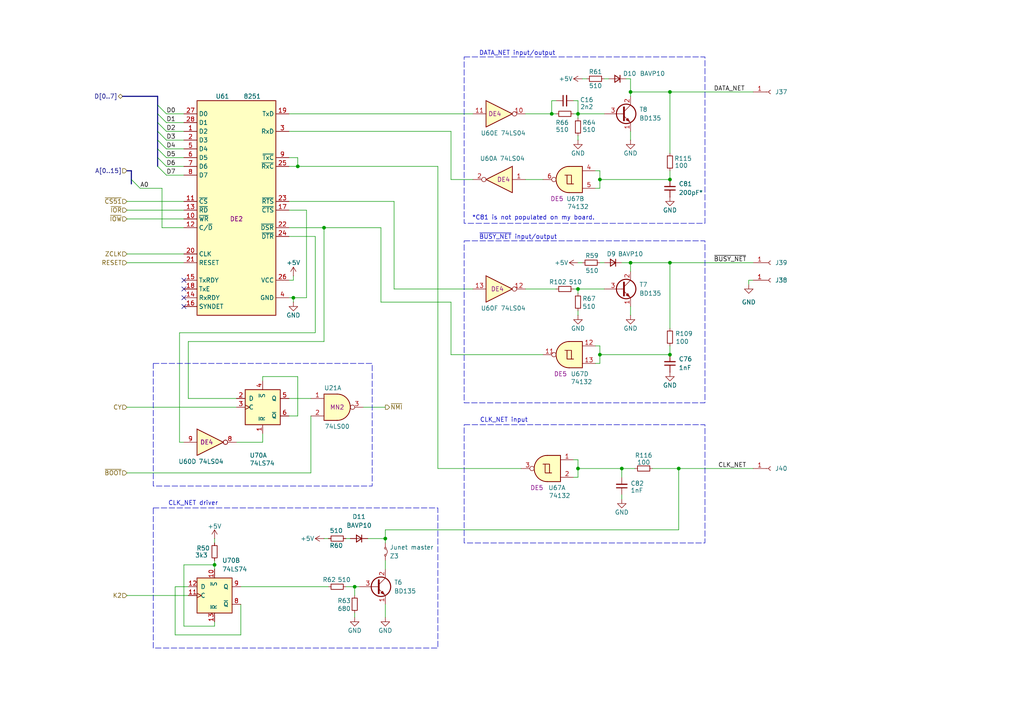
<source format=kicad_sch>
(kicad_sch (version 20231120) (generator "eeschema") (generator_version "8.0")
  (paper "A4")
  (title_block (title "Elwro 800 Junior Rev C - Junet") (company "Przemysław Węgrzyn <pwegrzyn@codepainters.com>"))
  (lib_symbols
    (symbol "74xx:74LS00" (pin_names (offset 1.016))
      (property "Reference" "U" (at 0 1.27 0))
      (property "Value" "74LS00" (at 0 -1.27 0))
      (symbol "74LS00_1_1"
        (arc (start 0 -3.81) (mid 3.7934 0) (end 0 3.81) (stroke (width 0.254)) (fill (type background)))
        (polyline (pts (xy 0 3.81) (xy -3.81 3.81) (xy -3.81 -3.81) (xy 0 -3.81)) (stroke (width 0.254)) (fill (type background)))
        (pin input line (at -7.62 2.54 0) (length 3.81) (name "~") (number "1"))
        (pin input line (at -7.62 -2.54 0) (length 3.81) (name "~") (number "2"))
        (pin output inverted (at 7.62 0 180) (length 3.81) (name "~") (number "3"))
      )
      (symbol "74LS00_1_2"
        (arc (start -3.81 -3.81) (mid -2.589 0) (end -3.81 3.81) (stroke (width 0.254)))
        (arc (start -0.6096 -3.81) (mid 2.1842 -2.5851) (end 3.81 0) (stroke (width 0.254)) (fill (type background)))
        (polyline (pts (xy -3.81 -3.81) (xy -0.635 -3.81)) (stroke (width 0.254)) (fill (type background)))
        (polyline (pts (xy -3.81 3.81) (xy -0.635 3.81)) (stroke (width 0.254)) (fill (type background)))
        (polyline (pts (xy -0.635 3.81) (xy -3.81 3.81) (xy -3.81 3.81) (xy -3.556 3.4036) (xy -3.0226 2.2606) (xy -2.6924 1.0414) (xy -2.6162 -0.254) (xy -2.7686 -1.4986) (xy -3.175 -2.7178) (xy -3.81 -3.81) (xy -3.81 -3.81) (xy -0.635 -3.81)) (stroke (width -25.4)) (fill (type background)))
        (arc (start 3.81 0) (mid 2.1915 2.5936) (end -0.6096 3.81) (stroke (width 0.254)) (fill (type background)))
        (pin input inverted (at -7.62 2.54 0) (length 4.318) (name "~") (number "1"))
        (pin input inverted (at -7.62 -2.54 0) (length 4.318) (name "~") (number "2"))
        (pin output line (at 7.62 0 180) (length 3.81) (name "~") (number "3"))
      )
      (symbol "74LS00_2_1"
        (arc (start 0 -3.81) (mid 3.7934 0) (end 0 3.81) (stroke (width 0.254)) (fill (type background)))
        (polyline (pts (xy 0 3.81) (xy -3.81 3.81) (xy -3.81 -3.81) (xy 0 -3.81)) (stroke (width 0.254)) (fill (type background)))
        (pin input line (at -7.62 2.54 0) (length 3.81) (name "~") (number "4"))
        (pin input line (at -7.62 -2.54 0) (length 3.81) (name "~") (number "5"))
        (pin output inverted (at 7.62 0 180) (length 3.81) (name "~") (number "6"))
      )
      (symbol "74LS00_2_2"
        (arc (start -3.81 -3.81) (mid -2.589 0) (end -3.81 3.81) (stroke (width 0.254)))
        (arc (start -0.6096 -3.81) (mid 2.1842 -2.5851) (end 3.81 0) (stroke (width 0.254)) (fill (type background)))
        (polyline (pts (xy -3.81 -3.81) (xy -0.635 -3.81)) (stroke (width 0.254)) (fill (type background)))
        (polyline (pts (xy -3.81 3.81) (xy -0.635 3.81)) (stroke (width 0.254)) (fill (type background)))
        (polyline (pts (xy -0.635 3.81) (xy -3.81 3.81) (xy -3.81 3.81) (xy -3.556 3.4036) (xy -3.0226 2.2606) (xy -2.6924 1.0414) (xy -2.6162 -0.254) (xy -2.7686 -1.4986) (xy -3.175 -2.7178) (xy -3.81 -3.81) (xy -3.81 -3.81) (xy -0.635 -3.81)) (stroke (width -25.4)) (fill (type background)))
        (arc (start 3.81 0) (mid 2.1915 2.5936) (end -0.6096 3.81) (stroke (width 0.254)) (fill (type background)))
        (pin input inverted (at -7.62 2.54 0) (length 4.318) (name "~") (number "4"))
        (pin input inverted (at -7.62 -2.54 0) (length 4.318) (name "~") (number "5"))
        (pin output line (at 7.62 0 180) (length 3.81) (name "~") (number "6"))
      )
      (symbol "74LS00_3_1"
        (arc (start 0 -3.81) (mid 3.7934 0) (end 0 3.81) (stroke (width 0.254)) (fill (type background)))
        (polyline (pts (xy 0 3.81) (xy -3.81 3.81) (xy -3.81 -3.81) (xy 0 -3.81)) (stroke (width 0.254)) (fill (type background)))
        (pin input line (at -7.62 -2.54 0) (length 3.81) (name "~") (number "10"))
        (pin output inverted (at 7.62 0 180) (length 3.81) (name "~") (number "8"))
        (pin input line (at -7.62 2.54 0) (length 3.81) (name "~") (number "9"))
      )
      (symbol "74LS00_3_2"
        (arc (start -3.81 -3.81) (mid -2.589 0) (end -3.81 3.81) (stroke (width 0.254)))
        (arc (start -0.6096 -3.81) (mid 2.1842 -2.5851) (end 3.81 0) (stroke (width 0.254)) (fill (type background)))
        (polyline (pts (xy -3.81 -3.81) (xy -0.635 -3.81)) (stroke (width 0.254)) (fill (type background)))
        (polyline (pts (xy -3.81 3.81) (xy -0.635 3.81)) (stroke (width 0.254)) (fill (type background)))
        (polyline (pts (xy -0.635 3.81) (xy -3.81 3.81) (xy -3.81 3.81) (xy -3.556 3.4036) (xy -3.0226 2.2606) (xy -2.6924 1.0414) (xy -2.6162 -0.254) (xy -2.7686 -1.4986) (xy -3.175 -2.7178) (xy -3.81 -3.81) (xy -3.81 -3.81) (xy -0.635 -3.81)) (stroke (width -25.4)) (fill (type background)))
        (arc (start 3.81 0) (mid 2.1915 2.5936) (end -0.6096 3.81) (stroke (width 0.254)) (fill (type background)))
        (pin input inverted (at -7.62 -2.54 0) (length 4.318) (name "~") (number "10"))
        (pin output line (at 7.62 0 180) (length 3.81) (name "~") (number "8"))
        (pin input inverted (at -7.62 2.54 0) (length 4.318) (name "~") (number "9"))
      )
      (symbol "74LS00_4_1"
        (arc (start 0 -3.81) (mid 3.7934 0) (end 0 3.81) (stroke (width 0.254)) (fill (type background)))
        (polyline (pts (xy 0 3.81) (xy -3.81 3.81) (xy -3.81 -3.81) (xy 0 -3.81)) (stroke (width 0.254)) (fill (type background)))
        (pin output inverted (at 7.62 0 180) (length 3.81) (name "~") (number "11"))
        (pin input line (at -7.62 2.54 0) (length 3.81) (name "~") (number "12"))
        (pin input line (at -7.62 -2.54 0) (length 3.81) (name "~") (number "13"))
      )
      (symbol "74LS00_4_2"
        (arc (start -3.81 -3.81) (mid -2.589 0) (end -3.81 3.81) (stroke (width 0.254)))
        (arc (start -0.6096 -3.81) (mid 2.1842 -2.5851) (end 3.81 0) (stroke (width 0.254)) (fill (type background)))
        (polyline (pts (xy -3.81 -3.81) (xy -0.635 -3.81)) (stroke (width 0.254)) (fill (type background)))
        (polyline (pts (xy -3.81 3.81) (xy -0.635 3.81)) (stroke (width 0.254)) (fill (type background)))
        (polyline (pts (xy -0.635 3.81) (xy -3.81 3.81) (xy -3.81 3.81) (xy -3.556 3.4036) (xy -3.0226 2.2606) (xy -2.6924 1.0414) (xy -2.6162 -0.254) (xy -2.7686 -1.4986) (xy -3.175 -2.7178) (xy -3.81 -3.81) (xy -3.81 -3.81) (xy -0.635 -3.81)) (stroke (width -25.4)) (fill (type background)))
        (arc (start 3.81 0) (mid 2.1915 2.5936) (end -0.6096 3.81) (stroke (width 0.254)) (fill (type background)))
        (pin output line (at 7.62 0 180) (length 3.81) (name "~") (number "11"))
        (pin input inverted (at -7.62 2.54 0) (length 4.318) (name "~") (number "12"))
        (pin input inverted (at -7.62 -2.54 0) (length 4.318) (name "~") (number "13"))
      )
      (symbol "74LS00_5_0"
        (pin power_in line (at 0 12.7 270) (length 5.08) (name "VCC") (number "14"))
        (pin power_in line (at 0 -12.7 90) (length 5.08) (name "GND") (number "7"))
      )
      (symbol "74LS00_5_1"
        (rectangle (start -5.08 7.62) (end 5.08 -7.62) (stroke (width 0.254)) (fill (type background)))
      )
    )
    (symbol "74xx:74LS04"
      (property "Reference" "U" (at 0 1.27 0))
      (property "Value" "74LS04" (at 0 -1.27 0))
      (symbol "74LS04_1_0"
        (polyline (pts (xy -3.81 3.81) (xy -3.81 -3.81) (xy 3.81 0) (xy -3.81 3.81)) (stroke (width 0.254)) (fill (type background)))
        (pin input line (at -7.62 0 0) (length 3.81) (name "~") (number "1"))
        (pin output inverted (at 7.62 0 180) (length 3.81) (name "~") (number "2"))
      )
      (symbol "74LS04_2_0"
        (polyline (pts (xy -3.81 3.81) (xy -3.81 -3.81) (xy 3.81 0) (xy -3.81 3.81)) (stroke (width 0.254)) (fill (type background)))
        (pin input line (at -7.62 0 0) (length 3.81) (name "~") (number "3"))
        (pin output inverted (at 7.62 0 180) (length 3.81) (name "~") (number "4"))
      )
      (symbol "74LS04_3_0"
        (polyline (pts (xy -3.81 3.81) (xy -3.81 -3.81) (xy 3.81 0) (xy -3.81 3.81)) (stroke (width 0.254)) (fill (type background)))
        (pin input line (at -7.62 0 0) (length 3.81) (name "~") (number "5"))
        (pin output inverted (at 7.62 0 180) (length 3.81) (name "~") (number "6"))
      )
      (symbol "74LS04_4_0"
        (polyline (pts (xy -3.81 3.81) (xy -3.81 -3.81) (xy 3.81 0) (xy -3.81 3.81)) (stroke (width 0.254)) (fill (type background)))
        (pin output inverted (at 7.62 0 180) (length 3.81) (name "~") (number "8"))
        (pin input line (at -7.62 0 0) (length 3.81) (name "~") (number "9"))
      )
      (symbol "74LS04_5_0"
        (polyline (pts (xy -3.81 3.81) (xy -3.81 -3.81) (xy 3.81 0) (xy -3.81 3.81)) (stroke (width 0.254)) (fill (type background)))
        (pin output inverted (at 7.62 0 180) (length 3.81) (name "~") (number "10"))
        (pin input line (at -7.62 0 0) (length 3.81) (name "~") (number "11"))
      )
      (symbol "74LS04_6_0"
        (polyline (pts (xy -3.81 3.81) (xy -3.81 -3.81) (xy 3.81 0) (xy -3.81 3.81)) (stroke (width 0.254)) (fill (type background)))
        (pin output inverted (at 7.62 0 180) (length 3.81) (name "~") (number "12"))
        (pin input line (at -7.62 0 0) (length 3.81) (name "~") (number "13"))
      )
      (symbol "74LS04_7_0"
        (pin power_in line (at 0 12.7 270) (length 5.08) (name "VCC") (number "14"))
        (pin power_in line (at 0 -12.7 90) (length 5.08) (name "GND") (number "7"))
      )
      (symbol "74LS04_7_1"
        (rectangle (start -5.08 7.62) (end 5.08 -7.62) (stroke (width 0.254)) (fill (type background)))
      )
    )
    (symbol "74xx:74LS132" (pin_names (offset 1.016))
      (property "Reference" "U" (at 0 1.27 0))
      (property "Value" "74LS132" (at 0 -1.27 0))
      (symbol "74LS132_1_0"
        (polyline (pts (xy -0.635 -1.27) (xy -0.635 1.27) (xy 0.635 1.27)))
        (polyline (pts (xy -0.635 -1.27) (xy -0.635 1.27) (xy 0.635 1.27)))
        (polyline (pts (xy -1.27 -1.27) (xy 0.635 -1.27) (xy 0.635 1.27) (xy 1.27 1.27)))
        (polyline (pts (xy -1.27 -1.27) (xy 0.635 -1.27) (xy 0.635 1.27) (xy 1.27 1.27)))
      )
      (symbol "74LS132_1_1"
        (arc (start 0 -3.81) (mid 3.7934 0) (end 0 3.81) (stroke (width 0.254)) (fill (type background)))
        (polyline (pts (xy 0 3.81) (xy -3.81 3.81) (xy -3.81 -3.81) (xy 0 -3.81)) (stroke (width 0.254)) (fill (type background)))
        (pin input line (at -7.62 2.54 0) (length 3.81) (name "~") (number "1"))
        (pin input line (at -7.62 -2.54 0) (length 3.81) (name "~") (number "2"))
        (pin output inverted (at 7.62 0 180) (length 3.81) (name "~") (number "3"))
      )
      (symbol "74LS132_1_2"
        (arc (start -3.81 -3.81) (mid -2.589 0) (end -3.81 3.81) (stroke (width 0.254)))
        (arc (start -0.6096 -3.81) (mid 2.1842 -2.5851) (end 3.81 0) (stroke (width 0.254)) (fill (type background)))
        (polyline (pts (xy -3.81 -3.81) (xy -0.635 -3.81)) (stroke (width 0.254)) (fill (type background)))
        (polyline (pts (xy -3.81 3.81) (xy -0.635 3.81)) (stroke (width 0.254)) (fill (type background)))
        (polyline (pts (xy -0.635 3.81) (xy -3.81 3.81) (xy -3.81 3.81) (xy -3.556 3.4036) (xy -3.0226 2.2606) (xy -2.6924 1.0414) (xy -2.6162 -0.254) (xy -2.7686 -1.4986) (xy -3.175 -2.7178) (xy -3.81 -3.81) (xy -3.81 -3.81) (xy -0.635 -3.81)) (stroke (width -25.4)) (fill (type background)))
        (arc (start 3.81 0) (mid 2.1915 2.5936) (end -0.6096 3.81) (stroke (width 0.254)) (fill (type background)))
        (pin input inverted (at -7.62 2.54 0) (length 4.318) (name "~") (number "1"))
        (pin input inverted (at -7.62 -2.54 0) (length 4.318) (name "~") (number "2"))
        (pin output line (at 7.62 0 180) (length 3.81) (name "~") (number "3"))
      )
      (symbol "74LS132_2_0"
        (polyline (pts (xy -0.635 -1.27) (xy -0.635 1.27) (xy 0.635 1.27)))
        (polyline (pts (xy -0.635 -1.27) (xy -0.635 1.27) (xy 0.635 1.27)))
        (polyline (pts (xy -1.27 -1.27) (xy 0.635 -1.27) (xy 0.635 1.27) (xy 1.27 1.27)))
        (polyline (pts (xy -1.27 -1.27) (xy 0.635 -1.27) (xy 0.635 1.27) (xy 1.27 1.27)))
      )
      (symbol "74LS132_2_1"
        (arc (start 0 -3.81) (mid 3.7934 0) (end 0 3.81) (stroke (width 0.254)) (fill (type background)))
        (polyline (pts (xy 0 3.81) (xy -3.81 3.81) (xy -3.81 -3.81) (xy 0 -3.81)) (stroke (width 0.254)) (fill (type background)))
        (pin input line (at -7.62 2.54 0) (length 3.81) (name "~") (number "4"))
        (pin input line (at -7.62 -2.54 0) (length 3.81) (name "~") (number "5"))
        (pin output inverted (at 7.62 0 180) (length 3.81) (name "~") (number "6"))
      )
      (symbol "74LS132_2_2"
        (arc (start -3.81 -3.81) (mid -2.589 0) (end -3.81 3.81) (stroke (width 0.254)))
        (arc (start -0.6096 -3.81) (mid 2.1842 -2.5851) (end 3.81 0) (stroke (width 0.254)) (fill (type background)))
        (polyline (pts (xy -3.81 -3.81) (xy -0.635 -3.81)) (stroke (width 0.254)) (fill (type background)))
        (polyline (pts (xy -3.81 3.81) (xy -0.635 3.81)) (stroke (width 0.254)) (fill (type background)))
        (polyline (pts (xy -0.635 3.81) (xy -3.81 3.81) (xy -3.81 3.81) (xy -3.556 3.4036) (xy -3.0226 2.2606) (xy -2.6924 1.0414) (xy -2.6162 -0.254) (xy -2.7686 -1.4986) (xy -3.175 -2.7178) (xy -3.81 -3.81) (xy -3.81 -3.81) (xy -0.635 -3.81)) (stroke (width -25.4)) (fill (type background)))
        (arc (start 3.81 0) (mid 2.1915 2.5936) (end -0.6096 3.81) (stroke (width 0.254)) (fill (type background)))
        (pin input inverted (at -7.62 2.54 0) (length 4.318) (name "~") (number "4"))
        (pin input inverted (at -7.62 -2.54 0) (length 4.318) (name "~") (number "5"))
        (pin output line (at 7.62 0 180) (length 3.81) (name "~") (number "6"))
      )
      (symbol "74LS132_3_0"
        (polyline (pts (xy -0.635 -1.27) (xy -0.635 1.27) (xy 0.635 1.27)))
        (polyline (pts (xy -0.635 -1.27) (xy -0.635 1.27) (xy 0.635 1.27)))
        (polyline (pts (xy -1.27 -1.27) (xy 0.635 -1.27) (xy 0.635 1.27) (xy 1.27 1.27)))
        (polyline (pts (xy -1.27 -1.27) (xy 0.635 -1.27) (xy 0.635 1.27) (xy 1.27 1.27)))
      )
      (symbol "74LS132_3_1"
        (arc (start 0 -3.81) (mid 3.7934 0) (end 0 3.81) (stroke (width 0.254)) (fill (type background)))
        (polyline (pts (xy 0 3.81) (xy -3.81 3.81) (xy -3.81 -3.81) (xy 0 -3.81)) (stroke (width 0.254)) (fill (type background)))
        (pin input line (at -7.62 -2.54 0) (length 3.81) (name "~") (number "10"))
        (pin output inverted (at 7.62 0 180) (length 3.81) (name "~") (number "8"))
        (pin input line (at -7.62 2.54 0) (length 3.81) (name "~") (number "9"))
      )
      (symbol "74LS132_3_2"
        (arc (start -3.81 -3.81) (mid -2.589 0) (end -3.81 3.81) (stroke (width 0.254)))
        (arc (start -0.6096 -3.81) (mid 2.1842 -2.5851) (end 3.81 0) (stroke (width 0.254)) (fill (type background)))
        (polyline (pts (xy -3.81 -3.81) (xy -0.635 -3.81)) (stroke (width 0.254)) (fill (type background)))
        (polyline (pts (xy -3.81 3.81) (xy -0.635 3.81)) (stroke (width 0.254)) (fill (type background)))
        (polyline (pts (xy -0.635 3.81) (xy -3.81 3.81) (xy -3.81 3.81) (xy -3.556 3.4036) (xy -3.0226 2.2606) (xy -2.6924 1.0414) (xy -2.6162 -0.254) (xy -2.7686 -1.4986) (xy -3.175 -2.7178) (xy -3.81 -3.81) (xy -3.81 -3.81) (xy -0.635 -3.81)) (stroke (width -25.4)) (fill (type background)))
        (arc (start 3.81 0) (mid 2.1915 2.5936) (end -0.6096 3.81) (stroke (width 0.254)) (fill (type background)))
        (pin input inverted (at -7.62 -2.54 0) (length 4.318) (name "~") (number "10"))
        (pin output line (at 7.62 0 180) (length 3.81) (name "~") (number "8"))
        (pin input inverted (at -7.62 2.54 0) (length 4.318) (name "~") (number "9"))
      )
      (symbol "74LS132_4_0"
        (polyline (pts (xy -0.635 -1.27) (xy -0.635 1.27) (xy 0.635 1.27)))
        (polyline (pts (xy -0.635 -1.27) (xy -0.635 1.27) (xy 0.635 1.27)))
        (polyline (pts (xy -1.27 -1.27) (xy 0.635 -1.27) (xy 0.635 1.27) (xy 1.27 1.27)))
        (polyline (pts (xy -1.27 -1.27) (xy 0.635 -1.27) (xy 0.635 1.27) (xy 1.27 1.27)))
      )
      (symbol "74LS132_4_1"
        (arc (start 0 -3.81) (mid 3.7934 0) (end 0 3.81) (stroke (width 0.254)) (fill (type background)))
        (polyline (pts (xy 0 3.81) (xy -3.81 3.81) (xy -3.81 -3.81) (xy 0 -3.81)) (stroke (width 0.254)) (fill (type background)))
        (pin output inverted (at 7.62 0 180) (length 3.81) (name "~") (number "11"))
        (pin input line (at -7.62 2.54 0) (length 3.81) (name "~") (number "12"))
        (pin input line (at -7.62 -2.54 0) (length 3.81) (name "~") (number "13"))
      )
      (symbol "74LS132_4_2"
        (arc (start -3.81 -3.81) (mid -2.589 0) (end -3.81 3.81) (stroke (width 0.254)))
        (arc (start -0.6096 -3.81) (mid 2.1842 -2.5851) (end 3.81 0) (stroke (width 0.254)) (fill (type background)))
        (polyline (pts (xy -3.81 -3.81) (xy -0.635 -3.81)) (stroke (width 0.254)) (fill (type background)))
        (polyline (pts (xy -3.81 3.81) (xy -0.635 3.81)) (stroke (width 0.254)) (fill (type background)))
        (polyline (pts (xy -0.635 3.81) (xy -3.81 3.81) (xy -3.81 3.81) (xy -3.556 3.4036) (xy -3.0226 2.2606) (xy -2.6924 1.0414) (xy -2.6162 -0.254) (xy -2.7686 -1.4986) (xy -3.175 -2.7178) (xy -3.81 -3.81) (xy -3.81 -3.81) (xy -0.635 -3.81)) (stroke (width -25.4)) (fill (type background)))
        (arc (start 3.81 0) (mid 2.1915 2.5936) (end -0.6096 3.81) (stroke (width 0.254)) (fill (type background)))
        (pin output line (at 7.62 0 180) (length 3.81) (name "~") (number "11"))
        (pin input inverted (at -7.62 2.54 0) (length 4.318) (name "~") (number "12"))
        (pin input inverted (at -7.62 -2.54 0) (length 4.318) (name "~") (number "13"))
      )
      (symbol "74LS132_5_0"
        (pin power_in line (at 0 12.7 270) (length 5.08) (name "VCC") (number "14"))
        (pin power_in line (at 0 -12.7 90) (length 5.08) (name "GND") (number "7"))
      )
      (symbol "74LS132_5_1"
        (rectangle (start -5.08 7.62) (end 5.08 -7.62) (stroke (width 0.254)) (fill (type background)))
      )
    )
    (symbol "74xx:74LS74" (pin_names (offset 1.016))
      (property "Reference" "U" (at -7.62 8.89 0))
      (property "Value" "74LS74" (at -7.62 -8.89 0))
      (symbol "74LS74_1_0"
        (pin input line (at 0 -7.62 90) (length 2.54) (name "~{R}") (number "1"))
        (pin input line (at -7.62 2.54 0) (length 2.54) (name "D") (number "2"))
        (pin input clock (at -7.62 0 0) (length 2.54) (name "C") (number "3"))
        (pin input line (at 0 7.62 270) (length 2.54) (name "~{S}") (number "4"))
        (pin output line (at 7.62 2.54 180) (length 2.54) (name "Q") (number "5"))
        (pin output line (at 7.62 -2.54 180) (length 2.54) (name "~{Q}") (number "6"))
      )
      (symbol "74LS74_1_1"
        (rectangle (start -5.08 5.08) (end 5.08 -5.08) (stroke (width 0.254)) (fill (type background)))
      )
      (symbol "74LS74_2_0"
        (pin input line (at 0 7.62 270) (length 2.54) (name "~{S}") (number "10"))
        (pin input clock (at -7.62 0 0) (length 2.54) (name "C") (number "11"))
        (pin input line (at -7.62 2.54 0) (length 2.54) (name "D") (number "12"))
        (pin input line (at 0 -7.62 90) (length 2.54) (name "~{R}") (number "13"))
        (pin output line (at 7.62 -2.54 180) (length 2.54) (name "~{Q}") (number "8"))
        (pin output line (at 7.62 2.54 180) (length 2.54) (name "Q") (number "9"))
      )
      (symbol "74LS74_2_1"
        (rectangle (start -5.08 5.08) (end 5.08 -5.08) (stroke (width 0.254)) (fill (type background)))
      )
      (symbol "74LS74_3_0"
        (pin power_in line (at 0 10.16 270) (length 2.54) (name "VCC") (number "14"))
        (pin power_in line (at 0 -10.16 90) (length 2.54) (name "GND") (number "7"))
      )
      (symbol "74LS74_3_1"
        (rectangle (start -5.08 7.62) (end 5.08 -7.62) (stroke (width 0.254)) (fill (type background)))
      )
    )
    (symbol "Connector:Conn_01x01_Socket" (pin_names (offset 1.016) hide)
      (property "Reference" "J" (at 0 2.54 0))
      (property "Value" "Conn_01x01_Socket" (at 0 -2.54 0))
      (symbol "Conn_01x01_Socket_1_1"
        (polyline (pts (xy -1.27 0) (xy -0.508 0)) (stroke (width 0.1524)))
        (arc (start 0 0.508) (mid -0.5058 0) (end 0 -0.508) (stroke (width 0.1524)))
        (pin passive line (at -5.08 0 0) (length 3.81) (name "Pin_1") (number "1"))
      )
    )
    (symbol "Device:C_Small" (pin_numbers hide) (pin_names (offset 0.254) hide)
      (property "Reference" "C" (at 0.254 1.778 0))
      (property "Value" "C_Small" (at 0.254 -2.032 0))
      (symbol "C_Small_0_1"
        (polyline (pts (xy -1.524 -0.508) (xy 1.524 -0.508)) (stroke (width 0.3302)))
        (polyline (pts (xy -1.524 0.508) (xy 1.524 0.508)) (stroke (width 0.3048)))
      )
      (symbol "C_Small_1_1"
        (pin passive line (at 0 2.54 270) (length 2.032) (name "~") (number "1"))
        (pin passive line (at 0 -2.54 90) (length 2.032) (name "~") (number "2"))
      )
    )
    (symbol "Device:D_Small" (pin_numbers hide) (pin_names (offset 0.254) hide)
      (property "Reference" "D" (at -1.27 2.032 0))
      (property "Value" "D_Small" (at -3.81 -2.032 0))
      (symbol "D_Small_0_1"
        (polyline (pts (xy -0.762 -1.016) (xy -0.762 1.016)) (stroke (width 0.254)))
        (polyline (pts (xy -0.762 0) (xy 0.762 0)))
        (polyline (pts (xy 0.762 -1.016) (xy -0.762 0) (xy 0.762 1.016) (xy 0.762 -1.016)) (stroke (width 0.254)))
      )
      (symbol "D_Small_1_1"
        (pin passive line (at -2.54 0 0) (length 1.778) (name "K") (number "1"))
        (pin passive line (at 2.54 0 180) (length 1.778) (name "A") (number "2"))
      )
    )
    (symbol "Device:R_Small" (pin_numbers hide) (pin_names (offset 0.254) hide)
      (property "Reference" "R" (at 0.762 0.508 0))
      (property "Value" "R_Small" (at 0.762 -1.016 0))
      (symbol "R_Small_0_1"
        (rectangle (start -0.762 1.778) (end 0.762 -1.778) (stroke (width 0.2032)))
      )
      (symbol "R_Small_1_1"
        (pin passive line (at 0 2.54 270) (length 0.762) (name "~") (number "1"))
        (pin passive line (at 0 -2.54 90) (length 0.762) (name "~") (number "2"))
      )
    )
    (symbol "Jumper:Jumper_2_Small_Bridged" (pin_numbers hide) (pin_names (offset 0) hide) (exclude_from_sim yes)
      (property "Reference" "JP" (at 0 2.032 0))
      (property "Value" "Jumper_2_Small_Bridged" (at 0 -2.286 0))
      (symbol "Jumper_2_Small_Bridged_0_0"
        (circle (center -1.016 0) (radius 0.254))
        (circle (center 1.016 0) (radius 0.254))
      )
      (symbol "Jumper_2_Small_Bridged_0_1"
        (arc (start 0.762 0.254) (mid 0 0.5696) (end -0.762 0.254))
      )
      (symbol "Jumper_2_Small_Bridged_1_1"
        (pin passive line (at -2.54 0 0) (length 1.27) (name "A") (number "1"))
        (pin passive line (at 2.54 0 180) (length 1.27) (name "B") (number "2"))
      )
    )
    (symbol "Transistor_BJT:BD135" (pin_names (offset 0) hide)
      (property "Reference" "Q" (at 5.08 1.905 0))
      (property "Value" "BD135" (at 5.08 0 0))
      (symbol "BD135_0_1"
        (polyline (pts (xy 0 0) (xy 0.635 0)))
        (polyline (pts (xy 2.54 -2.54) (xy 0.635 -0.635)))
        (polyline (pts (xy 2.54 2.54) (xy 0.635 0.635)))
        (polyline (pts (xy 0.635 1.905) (xy 0.635 -1.905) (xy 0.635 -1.905)) (stroke (width 0.508)) (fill (type outline)))
        (polyline (pts (xy 1.2446 -1.778) (xy 1.7526 -1.27) (xy 2.286 -2.286) (xy 1.2446 -1.778) (xy 1.2446 -1.778)) (fill (type outline)))
        (circle (center 1.27 0) (radius 2.8194) (stroke (width 0.3048)))
      )
      (symbol "BD135_1_1"
        (pin passive line (at 2.54 -5.08 90) (length 2.54) (name "E") (number "1"))
        (pin passive line (at 2.54 5.08 270) (length 2.54) (name "C") (number "2"))
        (pin input line (at -5.08 0 0) (length 5.08) (name "B") (number "3"))
      )
    )
    (symbol "e800j_custom:82C51"
      (property "Reference" "U" (at 0 0 0))
      (symbol "82C51_1_1"
        (rectangle (start -11.43 34.29) (end 11.43 -27.94) (stroke (width 0.254)) (fill (type background)))
        (pin bidirectional line (at -15.24 25.4 0) (length 3.81) (name "D2") (number "1"))
        (pin input line (at -15.24 0 0) (length 3.81) (name "~{WR}") (number "10"))
        (pin input line (at -15.24 5.08 0) (length 3.81) (name "~{CS}") (number "11"))
        (pin input line (at -15.24 -2.54 0) (length 3.81) (name "C/~{D}") (number "12"))
        (pin input line (at -15.24 2.54 0) (length 3.81) (name "~{RD}") (number "13"))
        (pin output line (at -15.24 -22.86 0) (length 3.81) (name "RxRDY") (number "14"))
        (pin output line (at -15.24 -17.78 0) (length 3.81) (name "TxRDY") (number "15"))
        (pin bidirectional line (at -15.24 -25.4 0) (length 3.81) (name "SYNDET") (number "16"))
        (pin input line (at 15.24 2.54 180) (length 3.81) (name "~{CTS}") (number "17"))
        (pin output line (at -15.24 -20.32 0) (length 3.81) (name "TxE") (number "18"))
        (pin output line (at 15.24 30.48 180) (length 3.81) (name "TxD") (number "19"))
        (pin bidirectional line (at -15.24 22.86 0) (length 3.81) (name "D3") (number "2"))
        (pin input line (at -15.24 -10.16 0) (length 3.81) (name "CLK") (number "20"))
        (pin input line (at -15.24 -12.7 0) (length 3.81) (name "RESET") (number "21"))
        (pin input line (at 15.24 -2.54 180) (length 3.81) (name "~{DSR}") (number "22"))
        (pin output line (at 15.24 5.08 180) (length 3.81) (name "~{RTS}") (number "23"))
        (pin output line (at 15.24 -5.08 180) (length 3.81) (name "~{DTR}") (number "24"))
        (pin input line (at 15.24 15.24 180) (length 3.81) (name "~{RxC}") (number "25"))
        (pin power_in line (at 15.24 -17.78 180) (length 3.81) (name "VCC") (number "26"))
        (pin bidirectional line (at -15.24 30.48 0) (length 3.81) (name "D0") (number "27"))
        (pin bidirectional line (at -15.24 27.94 0) (length 3.81) (name "D1") (number "28"))
        (pin input line (at 15.24 25.4 180) (length 3.81) (name "RxD") (number "3"))
        (pin power_in line (at 15.24 -22.86 180) (length 3.81) (name "GND") (number "4"))
        (pin bidirectional line (at -15.24 20.32 0) (length 3.81) (name "D4") (number "5"))
        (pin bidirectional line (at -15.24 17.78 0) (length 3.81) (name "D5") (number "6"))
        (pin bidirectional line (at -15.24 15.24 0) (length 3.81) (name "D6") (number "7"))
        (pin bidirectional line (at -15.24 12.7 0) (length 3.81) (name "D7") (number "8"))
        (pin input line (at 15.24 17.78 180) (length 3.81) (name "~{TxC}") (number "9"))
      )
    )
    (symbol "power:+5V" (power) (pin_numbers hide) (pin_names (offset 0) hide)
      (property "Value" "+5V" (at 0 3.556 0))
      (symbol "+5V_0_1"
        (polyline (pts (xy -0.762 1.27) (xy 0 2.54)))
        (polyline (pts (xy 0 0) (xy 0 2.54)))
        (polyline (pts (xy 0 2.54) (xy 0.762 1.27)))
      )
      (symbol "+5V_1_1"
        (pin power_in line (at 0 0 90) (length 0) (name "~") (number "1"))
      )
    )
    (symbol "power:GND" (power) (pin_numbers hide) (pin_names (offset 0) hide)
      (property "Value" "GND" (at 0 -3.81 0))
      (symbol "GND_0_1"
        (polyline (pts (xy 0 0) (xy 0 -1.27) (xy 1.27 -1.27) (xy 0 -2.54) (xy -1.27 -1.27) (xy 0 -1.27)))
      )
      (symbol "GND_1_1"
        (pin power_in line (at 0 0 270) (length 0) (name "~") (number "1"))
      )
    )
  )
  (junction (at 180.34 135.89))
  (junction (at 173.99 102.87))
  (junction (at 111.76 156.21))
  (junction (at 182.88 26.67))
  (junction (at 167.64 135.89))
  (junction (at 102.87 170.18))
  (junction (at 196.85 135.89))
  (junction (at 85.09 86.36))
  (junction (at 194.31 52.07))
  (junction (at 173.99 52.07))
  (junction (at 167.64 83.82))
  (junction (at 160.02 33.02))
  (junction (at 86.36 48.26))
  (junction (at 93.98 66.04))
  (junction (at 194.31 26.67))
  (junction (at 167.64 33.02))
  (junction (at 194.31 102.87))
  (junction (at 194.31 76.2))
  (junction (at 62.23 163.83))
  (junction (at 182.88 76.2))
  (no_connect (at 53.34 81.28))
  (no_connect (at 53.34 86.36))
  (no_connect (at 53.34 88.9))
  (no_connect (at 53.34 83.82))
  (bus_entry (at 45.72 48.26) (size 2.54 2.54))
  (bus_entry (at 45.72 35.56) (size 2.54 2.54))
  (bus_entry (at 45.72 30.48) (size 2.54 2.54))
  (bus_entry (at 45.72 43.18) (size 2.54 2.54))
  (bus_entry (at 38.1 52.07) (size 2.54 2.54))
  (bus_entry (at 45.72 38.1) (size 2.54 2.54))
  (bus_entry (at 45.72 33.02) (size 2.54 2.54))
  (bus_entry (at 45.72 45.72) (size 2.54 2.54))
  (bus_entry (at 45.72 40.64) (size 2.54 2.54))
  (wire (pts (xy 85.09 86.36) (xy 83.82 86.36)))
  (wire (pts (xy 76.2 128.27) (xy 76.2 125.73)))
  (wire (pts (xy 173.99 54.61) (xy 173.99 52.07)))
  (wire (pts (xy 83.82 66.04) (xy 93.98 66.04)))
  (wire (pts (xy 62.23 156.21) (xy 62.23 157.48)))
  (wire (pts (xy 68.58 128.27) (xy 76.2 128.27)))
  (wire (pts (xy 83.82 81.28) (xy 85.09 81.28)))
  (wire (pts (xy 166.37 33.02) (xy 167.64 33.02)))
  (wire (pts (xy 111.76 156.21) (xy 111.76 157.48)))
  (wire (pts (xy 180.34 143.51) (xy 180.34 144.78)))
  (wire (pts (xy 182.88 76.2) (xy 180.34 76.2)))
  (wire (pts (xy 182.88 38.1) (xy 182.88 40.64)))
  (wire (pts (xy 114.3 83.82) (xy 137.16 83.82)))
  (wire (pts (xy 54.61 99.06) (xy 54.61 115.57)))
  (wire (pts (xy 180.34 135.89) (xy 180.34 138.43)))
  (wire (pts (xy 46.99 66.04) (xy 53.34 66.04)))
  (wire (pts (xy 194.31 100.33) (xy 194.31 102.87)))
  (wire (pts (xy 217.17 81.28) (xy 218.44 81.28)))
  (wire (pts (xy 50.8 184.15) (xy 69.85 184.15)))
  (wire (pts (xy 102.87 170.18) (xy 100.33 170.18)))
  (wire (pts (xy 36.83 76.2) (xy 53.34 76.2)))
  (bus (pts (xy 38.1 49.53) (xy 38.1 52.07)))
  (wire (pts (xy 182.88 76.2) (xy 194.31 76.2)))
  (wire (pts (xy 194.31 76.2) (xy 194.31 95.25)))
  (wire (pts (xy 85.09 87.63) (xy 85.09 86.36)))
  (wire (pts (xy 40.64 54.61) (xy 46.99 54.61)))
  (wire (pts (xy 167.64 90.17) (xy 167.64 91.44)))
  (wire (pts (xy 62.23 163.83) (xy 53.34 163.83)))
  (wire (pts (xy 167.64 83.82) (xy 175.26 83.82)))
  (wire (pts (xy 182.88 22.86) (xy 181.61 22.86)))
  (wire (pts (xy 36.83 73.66) (xy 53.34 73.66)))
  (wire (pts (xy 167.64 33.02) (xy 167.64 29.21)))
  (wire (pts (xy 111.76 153.67) (xy 111.76 156.21)))
  (wire (pts (xy 88.9 86.36) (xy 88.9 60.96)))
  (wire (pts (xy 52.07 128.27) (xy 53.34 128.27)))
  (wire (pts (xy 167.64 138.43) (xy 167.64 135.89)))
  (wire (pts (xy 86.36 109.22) (xy 76.2 109.22)))
  (wire (pts (xy 53.34 181.61) (xy 62.23 181.61)))
  (wire (pts (xy 48.26 38.1) (xy 53.34 38.1)))
  (wire (pts (xy 182.88 88.9) (xy 182.88 91.44)))
  (wire (pts (xy 48.26 50.8) (xy 53.34 50.8)))
  (bus (pts (xy 45.72 33.02) (xy 45.72 30.48)))
  (wire (pts (xy 182.88 78.74) (xy 182.88 76.2)))
  (wire (pts (xy 182.88 27.94) (xy 182.88 26.67)))
  (wire (pts (xy 194.31 26.67) (xy 218.44 26.67)))
  (wire (pts (xy 36.83 172.72) (xy 54.61 172.72)))
  (wire (pts (xy 166.37 83.82) (xy 167.64 83.82)))
  (wire (pts (xy 173.99 76.2) (xy 175.26 76.2)))
  (wire (pts (xy 173.99 102.87) (xy 194.31 102.87)))
  (wire (pts (xy 83.82 58.42) (xy 114.3 58.42)))
  (wire (pts (xy 167.64 33.02) (xy 167.64 34.29)))
  (bus (pts (xy 45.72 43.18) (xy 45.72 40.64)))
  (wire (pts (xy 93.98 156.21) (xy 95.25 156.21)))
  (wire (pts (xy 86.36 120.65) (xy 86.36 109.22)))
  (wire (pts (xy 175.26 22.86) (xy 176.53 22.86)))
  (wire (pts (xy 168.91 22.86) (xy 170.18 22.86)))
  (wire (pts (xy 62.23 162.56) (xy 62.23 163.83)))
  (wire (pts (xy 106.68 156.21) (xy 111.76 156.21)))
  (wire (pts (xy 52.07 96.52) (xy 52.07 128.27)))
  (wire (pts (xy 83.82 115.57) (xy 90.17 115.57)))
  (wire (pts (xy 152.4 83.82) (xy 161.29 83.82)))
  (wire (pts (xy 130.81 102.87) (xy 157.48 102.87)))
  (wire (pts (xy 130.81 52.07) (xy 130.81 38.1)))
  (wire (pts (xy 160.02 33.02) (xy 161.29 33.02)))
  (wire (pts (xy 167.64 135.89) (xy 167.64 133.35)))
  (wire (pts (xy 172.72 105.41) (xy 173.99 105.41)))
  (wire (pts (xy 196.85 135.89) (xy 218.44 135.89)))
  (wire (pts (xy 173.99 105.41) (xy 173.99 102.87)))
  (wire (pts (xy 85.09 86.36) (xy 88.9 86.36)))
  (bus (pts (xy 45.72 40.64) (xy 45.72 38.1)))
  (wire (pts (xy 83.82 48.26) (xy 86.36 48.26)))
  (wire (pts (xy 36.83 58.42) (xy 53.34 58.42)))
  (wire (pts (xy 111.76 175.26) (xy 111.76 179.07)))
  (wire (pts (xy 54.61 115.57) (xy 68.58 115.57)))
  (wire (pts (xy 105.41 118.11) (xy 111.76 118.11)))
  (wire (pts (xy 194.31 49.53) (xy 194.31 52.07)))
  (wire (pts (xy 173.99 49.53) (xy 172.72 49.53)))
  (wire (pts (xy 110.49 87.63) (xy 130.81 87.63)))
  (wire (pts (xy 36.83 137.16) (xy 90.17 137.16)))
  (wire (pts (xy 85.09 81.28) (xy 85.09 80.01)))
  (wire (pts (xy 111.76 153.67) (xy 196.85 153.67)))
  (wire (pts (xy 167.64 33.02) (xy 175.26 33.02)))
  (wire (pts (xy 167.64 83.82) (xy 167.64 85.09)))
  (bus (pts (xy 45.72 27.94) (xy 45.72 30.48)))
  (wire (pts (xy 173.99 102.87) (xy 173.99 100.33)))
  (wire (pts (xy 36.83 118.11) (xy 68.58 118.11)))
  (wire (pts (xy 83.82 45.72) (xy 86.36 45.72)))
  (wire (pts (xy 91.44 68.58) (xy 91.44 96.52)))
  (wire (pts (xy 173.99 52.07) (xy 194.31 52.07)))
  (wire (pts (xy 83.82 60.96) (xy 88.9 60.96)))
  (wire (pts (xy 54.61 170.18) (xy 50.8 170.18)))
  (wire (pts (xy 167.64 135.89) (xy 180.34 135.89)))
  (wire (pts (xy 182.88 22.86) (xy 182.88 26.67)))
  (bus (pts (xy 45.72 48.26) (xy 45.72 45.72)))
  (wire (pts (xy 189.23 135.89) (xy 196.85 135.89)))
  (wire (pts (xy 48.26 40.64) (xy 53.34 40.64)))
  (wire (pts (xy 127 135.89) (xy 151.13 135.89)))
  (wire (pts (xy 48.26 33.02) (xy 53.34 33.02)))
  (wire (pts (xy 36.83 63.5) (xy 53.34 63.5)))
  (wire (pts (xy 86.36 48.26) (xy 127 48.26)))
  (wire (pts (xy 93.98 66.04) (xy 110.49 66.04)))
  (wire (pts (xy 111.76 162.56) (xy 111.76 165.1)))
  (wire (pts (xy 194.31 26.67) (xy 194.31 44.45)))
  (wire (pts (xy 62.23 163.83) (xy 62.23 165.1)))
  (wire (pts (xy 196.85 135.89) (xy 196.85 153.67)))
  (wire (pts (xy 127 48.26) (xy 127 135.89)))
  (bus (pts (xy 45.72 35.56) (xy 45.72 33.02)))
  (wire (pts (xy 166.37 138.43) (xy 167.64 138.43)))
  (wire (pts (xy 53.34 163.83) (xy 53.34 181.61)))
  (wire (pts (xy 90.17 120.65) (xy 90.17 137.16)))
  (wire (pts (xy 152.4 33.02) (xy 160.02 33.02)))
  (wire (pts (xy 83.82 68.58) (xy 91.44 68.58)))
  (wire (pts (xy 69.85 170.18) (xy 95.25 170.18)))
  (wire (pts (xy 102.87 177.8) (xy 102.87 179.07)))
  (wire (pts (xy 160.02 29.21) (xy 160.02 33.02)))
  (wire (pts (xy 167.64 39.37) (xy 167.64 40.64)))
  (bus (pts (xy 45.72 27.94) (xy 35.56 27.94)))
  (bus (pts (xy 36.83 49.53) (xy 38.1 49.53)))
  (wire (pts (xy 62.23 181.61) (xy 62.23 180.34)))
  (wire (pts (xy 91.44 96.52) (xy 52.07 96.52)))
  (wire (pts (xy 152.4 52.07) (xy 157.48 52.07)))
  (wire (pts (xy 93.98 66.04) (xy 93.98 99.06)))
  (wire (pts (xy 83.82 120.65) (xy 86.36 120.65)))
  (wire (pts (xy 76.2 109.22) (xy 76.2 110.49)))
  (bus (pts (xy 38.1 52.07) (xy 38.1 53.34)))
  (wire (pts (xy 217.17 82.55) (xy 217.17 81.28)))
  (wire (pts (xy 180.34 135.89) (xy 184.15 135.89)))
  (wire (pts (xy 194.31 76.2) (xy 218.44 76.2)))
  (wire (pts (xy 100.33 156.21) (xy 101.6 156.21)))
  (wire (pts (xy 48.26 43.18) (xy 53.34 43.18)))
  (wire (pts (xy 102.87 170.18) (xy 104.14 170.18)))
  (wire (pts (xy 172.72 54.61) (xy 173.99 54.61)))
  (wire (pts (xy 130.81 87.63) (xy 130.81 102.87)))
  (wire (pts (xy 83.82 38.1) (xy 130.81 38.1)))
  (wire (pts (xy 83.82 33.02) (xy 137.16 33.02)))
  (wire (pts (xy 102.87 172.72) (xy 102.87 170.18)))
  (wire (pts (xy 167.64 29.21) (xy 166.37 29.21)))
  (wire (pts (xy 86.36 48.26) (xy 86.36 45.72)))
  (wire (pts (xy 167.64 133.35) (xy 166.37 133.35)))
  (wire (pts (xy 114.3 58.42) (xy 114.3 83.82)))
  (bus (pts (xy 45.72 45.72) (xy 45.72 43.18)))
  (wire (pts (xy 48.26 45.72) (xy 53.34 45.72)))
  (wire (pts (xy 48.26 35.56) (xy 53.34 35.56)))
  (wire (pts (xy 69.85 184.15) (xy 69.85 175.26)))
  (wire (pts (xy 173.99 52.07) (xy 173.99 49.53)))
  (wire (pts (xy 173.99 100.33) (xy 172.72 100.33)))
  (bus (pts (xy 45.72 38.1) (xy 45.72 35.56)))
  (wire (pts (xy 167.64 76.2) (xy 168.91 76.2)))
  (wire (pts (xy 161.29 29.21) (xy 160.02 29.21)))
  (wire (pts (xy 110.49 66.04) (xy 110.49 87.63)))
  (wire (pts (xy 36.83 60.96) (xy 53.34 60.96)))
  (wire (pts (xy 182.88 26.67) (xy 194.31 26.67)))
  (wire (pts (xy 93.98 99.06) (xy 54.61 99.06)))
  (wire (pts (xy 130.81 52.07) (xy 137.16 52.07)))
  (wire (pts (xy 46.99 54.61) (xy 46.99 66.04)))
  (wire (pts (xy 48.26 48.26) (xy 53.34 48.26)))
  (wire (pts (xy 50.8 170.18) (xy 50.8 184.15)))
  (rectangle (start 44.45 147.32) (end 127 187.96) (stroke (width 0) (type dash)))
  (rectangle (start 44.45 105.41) (end 107.95 140.97) (stroke (width 0) (type dash)))
  (rectangle (start 134.62 16.51) (end 204.47 64.77) (stroke (width 0) (type dash)))
  (rectangle (start 134.62 69.85) (end 204.47 116.84) (stroke (width 0) (type dash)))
  (rectangle (start 134.62 123.19) (end 204.47 157.48) (stroke (width 0) (type dash)))
  (text "~{BUSY_NET} input/output" (at 138.938 68.834 0) (effects (font (size 1.27 1.27)) (justify left)))
  (text "CLK_NET input" (at 139.192 121.92 0) (effects (font (size 1.27 1.27)) (justify left)))
  (text "*C81 is not populated on my board." (at 136.906 63.246 0) (effects (font (size 1.27 1.27)) (justify left)))
  (text "CLK_NET driver" (at 48.768 146.05 0) (effects (font (size 1.27 1.27)) (justify left)))
  (text "DATA_NET input/output" (at 138.938 15.494 0) (effects (font (size 1.27 1.27)) (justify left)))
  (label "A0" (at 40.64 54.61 0))
  (label "D2" (at 48.26 38.1 0))
  (label "D7" (at 48.26 50.8 0))
  (label "D1" (at 48.26 35.56 0))
  (label "D5" (at 48.26 45.72 0))
  (label "D6" (at 48.26 48.26 0))
  (label "~{BUSY_NET}" (at 207.01 76.2 0))
  (label "D0" (at 48.26 33.02 0))
  (label "CLK_NET" (at 208.28 135.89 0))
  (label "D4" (at 48.26 43.18 0))
  (label "D3" (at 48.26 40.64 0))
  (label "DATA_NET" (at 207.01 26.67 0))
  (hierarchical_label "~{NMI}" (shape output) (at 111.76 118.11 0))
  (hierarchical_label "RESET" (shape input) (at 36.83 76.2 180))
  (hierarchical_label "~{IOW}" (shape input) (at 36.83 63.5 180))
  (hierarchical_label "~{IOR}" (shape input) (at 36.83 60.96 180))
  (hierarchical_label "~{BOOT}" (shape input) (at 36.83 137.16 180))
  (hierarchical_label "K2" (shape input) (at 36.83 172.72 180))
  (hierarchical_label "ZCLK" (shape input) (at 36.83 73.66 180))
  (hierarchical_label "CY" (shape input) (at 36.83 118.11 180))
  (hierarchical_label "D[0..7]" (shape bidirectional) (at 35.56 27.94 180))
  (hierarchical_label "A[0..15]" (shape input) (at 36.83 49.53 180))
  (hierarchical_label "~{CS51}" (shape input) (at 36.83 58.42 180))
  (symbol (lib_id "74xx:74LS04") (at 144.78 83.82 0) (unit 6)
    (property "Reference" "U60" (at 141.986 89.408 0))
    (property "Value" "74LS04" (at 148.844 89.408 0))
    (property "Footprint" "e800j_custom:DIP14_300" (effects (hide yes)))
    (property "Datasheet" "http://www.ti.com/lit/gpn/sn74LS04" (effects (hide yes)))
    (property "Description" "Hex Inverter" (effects (hide yes)))
    (property "OrigRef" "DE4" (at 144.272 83.82 0))
    (property "OrigType" "UCY74LS04N" (effects (hide yes)))
  )
  (symbol (lib_id "Device:D_Small") (at 104.14 156.21 180) (unit 1)
    (property "Reference" "D11" (at 104.14 149.86 0))
    (property "Value" "BAVP10" (at 104.14 152.4 0))
    (property "Footprint" "e800j_custom:DO35_300" (effects (hide yes)))
    (property "Description" "Diode, small symbol" (effects (hide yes)))
    (property "Sim.Device" "D" (effects (hide yes)))
    (property "Sim.Pins" "1=K 2=A" (effects (hide yes)))
  )
  (symbol (lib_id "74xx:74LS74") (at 62.23 172.72 0) (unit 2)
    (property "Reference" "U70" (at 64.4241 162.56 0) (effects (justify left)))
    (property "Value" "74LS74" (at 64.4241 165.1 0) (effects (justify left)))
    (property "Footprint" "e800j_custom:DIP14_300" (effects (hide yes)))
    (property "Datasheet" "74xx/74hc_hct74.pdf" (effects (hide yes)))
    (property "Description" "Dual D Flip-flop, Set & Reset" (effects (hide yes)))
    (property "OrigRef" "DE6" (effects (hide yes)))
    (property "OrigType" "UCY74LS74N" (effects (hide yes)))
  )
  (symbol (lib_id "power:+5V") (at 168.91 22.86 90) (unit 1)
    (property "Reference" "#PWR090" (effects (hide yes)))
    (property "Value" "+5V" (at 164.084 22.86 90))
    (property "Description" "Power symbol creates a global label with name \"+5V\"" (effects (hide yes)))
  )
  (symbol (lib_id "74xx:74LS04") (at 60.96 128.27 0) (unit 4)
    (property "Reference" "U60" (at 54.356 133.858 0))
    (property "Value" "74LS04" (at 61.214 133.858 0))
    (property "Footprint" "e800j_custom:DIP14_300" (effects (hide yes)))
    (property "Datasheet" "http://www.ti.com/lit/gpn/sn74LS04" (effects (hide yes)))
    (property "Description" "Hex Inverter" (effects (hide yes)))
    (property "OrigRef" "DE4" (at 59.944 128.27 0))
    (property "OrigType" "UCY74LS04N" (effects (hide yes)))
  )
  (symbol (lib_id "Device:R_Small") (at 163.83 83.82 90) (unit 1)
    (property "Reference" "R102" (at 161.798 81.788 90))
    (property "Value" "510" (at 166.878 81.788 90))
    (property "Footprint" "e800j_custom:r_400" (effects (hide yes)))
    (property "Description" "Resistor, small symbol" (effects (hide yes)))
    (property "OrigValue" "511" (effects (hide yes)))
  )
  (symbol (lib_id "Device:R_Small") (at 97.79 170.18 90) (unit 1)
    (property "Reference" "R62" (at 95.504 168.148 90))
    (property "Value" "510" (at 99.822 168.148 90))
    (property "Footprint" "e800j_custom:r_400" (effects (hide yes)))
    (property "Description" "Resistor, small symbol" (effects (hide yes)))
    (property "OrigValue" "511" (effects (hide yes)))
  )
  (symbol (lib_id "Device:R_Small") (at 194.31 46.99 180) (unit 1)
    (property "Reference" "R115" (at 198.12 45.974 0))
    (property "Value" "100" (at 197.612 48.006 0))
    (property "Footprint" "e800j_custom:r_600" (effects (hide yes)))
    (property "Description" "Resistor, small symbol" (effects (hide yes)))
  )
  (symbol (lib_id "74xx:74LS04") (at 144.78 33.02 0) (unit 5)
    (property "Reference" "U60" (at 141.986 38.608 0))
    (property "Value" "74LS04" (at 148.844 38.608 0))
    (property "Footprint" "e800j_custom:DIP14_300" (effects (hide yes)))
    (property "Datasheet" "http://www.ti.com/lit/gpn/sn74LS04" (effects (hide yes)))
    (property "Description" "Hex Inverter" (effects (hide yes)))
    (property "OrigRef" "DE4" (at 143.51 33.02 0))
    (property "OrigType" "UCY74LS04N" (effects (hide yes)))
  )
  (symbol (lib_id "Device:R_Small") (at 97.79 156.21 270) (unit 1)
    (property "Reference" "R60" (at 97.536 158.242 90))
    (property "Value" "510" (at 97.536 153.924 90))
    (property "Footprint" "e800j_custom:r_400" (effects (hide yes)))
    (property "Description" "Resistor, small symbol" (effects (hide yes)))
    (property "OrigValue" "511" (effects (hide yes)))
  )
  (symbol (lib_id "power:+5V") (at 93.98 156.21 90) (unit 1)
    (property "Reference" "#PWR091" (effects (hide yes)))
    (property "Value" "+5V" (at 89.154 156.21 90))
    (property "Description" "Power symbol creates a global label with name \"+5V\"" (effects (hide yes)))
  )
  (symbol (lib_id "Device:R_Small") (at 171.45 76.2 90) (unit 1)
    (property "Reference" "R59" (at 171.704 74.168 90))
    (property "Value" "510" (at 171.704 78.486 90))
    (property "Footprint" "e800j_custom:r_400" (effects (hide yes)))
    (property "Description" "Resistor, small symbol" (effects (hide yes)))
    (property "OrigValue" "511" (effects (hide yes)))
  )
  (symbol (lib_id "Device:R_Small") (at 194.31 97.79 180) (unit 1)
    (property "Reference" "R109" (at 198.374 96.774 0))
    (property "Value" "100" (at 197.866 99.06 0))
    (property "Footprint" "e800j_custom:r_400" (effects (hide yes)))
    (property "Description" "Resistor, small symbol" (effects (hide yes)))
  )
  (symbol (lib_id "74xx:74LS132") (at 158.75 135.89 0) (mirror y) (unit 1)
    (property "Reference" "U67" (at 161.544 141.478 0))
    (property "Value" "74132" (at 162.306 143.764 0))
    (property "Footprint" "e800j_custom:DIP14_300" (effects (hide yes)))
    (property "Datasheet" "http://www.ti.com/lit/gpn/sn74LS132" (effects (hide yes)))
    (property "Description" "Quad 2-input NAND Schmitt trigger" (effects (hide yes)))
    (property "OrigRef" "DE5" (at 155.702 141.478 0))
    (property "OrigType" "UCY74132N" (effects (hide yes)))
  )
  (symbol (lib_id "power:GND") (at 167.64 40.64 0) (unit 1)
    (property "Reference" "#PWR087" (effects (hide yes)))
    (property "Value" "GND" (at 167.64 44.45 0))
    (property "Description" "Power symbol creates a global label with name \"GND\" , ground" (effects (hide yes)))
  )
  (symbol (lib_id "power:GND") (at 194.31 107.95 0) (unit 1)
    (property "Reference" "#PWR097" (effects (hide yes)))
    (property "Value" "GND" (at 194.31 111.76 0))
    (property "Description" "Power symbol creates a global label with name \"GND\" , ground" (effects (hide yes)))
  )
  (symbol (lib_id "Transistor_BJT:BD135") (at 109.22 170.18 0) (unit 1)
    (property "Reference" "T6" (at 114.3 168.9099 0) (effects (justify left)))
    (property "Value" "BD135" (at 114.3 171.4499 0) (effects (justify left)))
    (property "Footprint" "e800j_custom:TO-126-3" (effects (hide yes)))
    (property "Datasheet" "http://www.st.com/internet/com/TECHNICAL_RESOURCES/TECHNICAL_LITERATURE/DATASHEET/CD00001225.pdf" (effects (hide yes)))
    (property "Description" "1.5A Ic, 45V Vce, Low Voltage Transistor, TO-126" (effects (hide yes)))
  )
  (symbol (lib_id "power:+5V") (at 62.23 156.21 0) (unit 1)
    (property "Reference" "#PWR085" (effects (hide yes)))
    (property "Value" "+5V" (at 62.23 152.654 0))
    (property "Description" "Power symbol creates a global label with name \"+5V\"" (effects (hide yes)))
  )
  (symbol (lib_id "power:GND") (at 111.76 179.07 0) (unit 1)
    (property "Reference" "#PWR098" (effects (hide yes)))
    (property "Value" "GND" (at 111.76 182.88 0))
    (property "Description" "Power symbol creates a global label with name \"GND\" , ground" (effects (hide yes)))
  )
  (symbol (lib_id "Transistor_BJT:BD135") (at 180.34 33.02 0) (unit 1)
    (property "Reference" "T8" (at 185.42 31.7499 0) (effects (justify left)))
    (property "Value" "BD135" (at 185.42 34.2899 0) (effects (justify left)))
    (property "Footprint" "e800j_custom:TO-126-3" (effects (hide yes)))
    (property "Datasheet" "http://www.st.com/internet/com/TECHNICAL_RESOURCES/TECHNICAL_LITERATURE/DATASHEET/CD00001225.pdf" (effects (hide yes)))
    (property "Description" "1.5A Ic, 45V Vce, Low Voltage Transistor, TO-126" (effects (hide yes)))
  )
  (symbol (lib_id "74xx:74LS132") (at 165.1 52.07 0) (mirror y) (unit 2)
    (property "Reference" "U67" (at 166.878 57.658 0))
    (property "Value" "74132" (at 167.64 59.944 0))
    (property "Footprint" "e800j_custom:DIP14_300" (effects (hide yes)))
    (property "Datasheet" "http://www.ti.com/lit/gpn/sn74LS132" (effects (hide yes)))
    (property "Description" "Quad 2-input NAND Schmitt trigger" (effects (hide yes)))
    (property "OrigRef" "DE5" (at 161.544 57.658 0))
    (property "OrigType" "UCY74132N" (effects (hide yes)))
  )
  (symbol (lib_id "power:GND") (at 85.09 87.63 0) (unit 1)
    (property "Reference" "#PWR084" (effects (hide yes)))
    (property "Value" "GND" (at 85.09 91.44 0))
    (property "Description" "Power symbol creates a global label with name \"GND\" , ground" (effects (hide yes)))
  )
  (symbol (lib_id "Device:R_Small") (at 102.87 175.26 180) (unit 1)
    (property "Reference" "R63" (at 99.822 174.244 0))
    (property "Value" "680" (at 99.822 176.53 0))
    (property "Footprint" "e800j_custom:r_400" (effects (hide yes)))
    (property "Description" "Resistor, small symbol" (effects (hide yes)))
    (property "OrigValue" "681" (effects (hide yes)))
  )
  (symbol (lib_id "Jumper:Jumper_2_Small_Bridged") (at 111.76 160.02 270) (mirror x) (unit 1) (exclude_from_sim yes)
    (property "Reference" "Z3" (at 113.03 161.2901 90) (effects (justify left)))
    (property "Value" "Junet master" (at 113.03 158.7501 90) (effects (justify left)))
    (property "Footprint" "e800j_custom:jmp_100" (effects (hide yes)))
    (property "Description" "Jumper, 2-pole, small symbol, bridged" (effects (hide yes)))
  )
  (symbol (lib_id "Device:C_Small") (at 194.31 105.41 180) (unit 1)
    (property "Reference" "C76" (at 196.85 104.1335 0) (effects (justify right)))
    (property "Value" "1nF" (at 196.85 106.6735 0) (effects (justify right)))
    (property "Footprint" "e800j_custom:c_100" (effects (hide yes)))
    (property "Description" "Unpolarized capacitor, small symbol" (effects (hide yes)))
  )
  (symbol (lib_id "e800j_custom:82C51") (at 68.58 63.5 0) (unit 1)
    (property "Reference" "U61" (at 64.516 27.94 0))
    (property "Value" "8251" (at 73.152 27.94 0))
    (property "Footprint" "e800j_custom:DIP28_600" (effects (hide yes)))
    (property "OrigRef" "DE2" (at 68.58 63.5 0))
    (property "OrigType" "КР580ВВ51А" (effects (hide yes)))
  )
  (symbol (lib_id "power:+5V") (at 167.64 76.2 90) (unit 1)
    (property "Reference" "#PWR088" (effects (hide yes)))
    (property "Value" "+5V" (at 162.814 76.2 90))
    (property "Description" "Power symbol creates a global label with name \"+5V\"" (effects (hide yes)))
  )
  (symbol (lib_id "Device:R_Small") (at 186.69 135.89 90) (unit 1)
    (property "Reference" "R116" (at 186.69 132.08 90))
    (property "Value" "100" (at 186.69 134.112 90))
    (property "Footprint" "e800j_custom:r_300" (effects (hide yes)))
    (property "Description" "Resistor, small symbol" (effects (hide yes)))
  )
  (symbol (lib_id "Device:R_Small") (at 172.72 22.86 270) (unit 1)
    (property "Reference" "R61" (at 172.72 20.828 90))
    (property "Value" "510" (at 172.72 24.892 90))
    (property "Footprint" "e800j_custom:r_400" (effects (hide yes)))
    (property "Description" "Resistor, small symbol" (effects (hide yes)))
    (property "OrigValue" "511" (effects (hide yes)))
  )
  (symbol (lib_id "Connector:Conn_01x01_Socket") (at 223.52 135.89 0) (unit 1)
    (property "Reference" "J40" (at 224.79 135.8899 0) (effects (justify left)))
    (property "Footprint" "e800j_custom:pin" (effects (hide yes)))
    (property "Description" "Generic connector, single row, 01x01, script generated" (effects (hide yes)))
  )
  (symbol (lib_id "Device:C_Small") (at 163.83 29.21 90) (unit 1)
    (property "Reference" "C16" (at 170.18 28.956 90))
    (property "Value" "2n2" (at 170.18 30.988 90))
    (property "Footprint" "e800j_custom:c_200" (effects (hide yes)))
    (property "Description" "Unpolarized capacitor, small symbol" (effects (hide yes)))
  )
  (symbol (lib_id "power:GND") (at 217.17 82.55 0) (unit 1)
    (property "Reference" "#PWR099" (effects (hide yes)))
    (property "Value" "GND" (at 217.17 87.63 0))
    (property "Description" "Power symbol creates a global label with name \"GND\" , ground" (effects (hide yes)))
  )
  (symbol (lib_id "Connector:Conn_01x01_Socket") (at 223.52 26.67 0) (unit 1)
    (property "Reference" "J37" (at 224.79 26.6699 0) (effects (justify left)))
    (property "Footprint" "e800j_custom:pin" (effects (hide yes)))
    (property "Description" "Generic connector, single row, 01x01, script generated" (effects (hide yes)))
  )
  (symbol (lib_id "power:GND") (at 102.87 179.07 0) (unit 1)
    (property "Reference" "#PWR094" (effects (hide yes)))
    (property "Value" "GND" (at 102.87 182.88 0))
    (property "Description" "Power symbol creates a global label with name \"GND\" , ground" (effects (hide yes)))
  )
  (symbol (lib_id "power:GND") (at 180.34 144.78 0) (unit 1)
    (property "Reference" "#PWR095" (effects (hide yes)))
    (property "Value" "GND" (at 180.34 148.59 0))
    (property "Description" "Power symbol creates a global label with name \"GND\" , ground" (effects (hide yes)))
  )
  (symbol (lib_id "Device:R_Small") (at 163.83 33.02 90) (unit 1)
    (property "Reference" "R66" (at 163.068 35.56 90))
    (property "Value" "510" (at 163.068 37.592 90))
    (property "Footprint" "e800j_custom:r_400" (effects (hide yes)))
    (property "Description" "Resistor, small symbol" (effects (hide yes)))
    (property "OrigValue" "511" (effects (hide yes)))
  )
  (symbol (lib_id "power:GND") (at 167.64 91.44 0) (unit 1)
    (property "Reference" "#PWR089" (effects (hide yes)))
    (property "Value" "GND" (at 167.64 95.25 0))
    (property "Description" "Power symbol creates a global label with name \"GND\" , ground" (effects (hide yes)))
  )
  (symbol (lib_id "Device:C_Small") (at 180.34 140.97 180) (unit 1)
    (property "Reference" "C82" (at 182.88 140.208 0) (effects (justify right)))
    (property "Value" "1nF" (at 182.88 142.24 0) (effects (justify right)))
    (property "Footprint" "e800j_custom:c_100_200" (effects (hide yes)))
    (property "Description" "Unpolarized capacitor, small symbol" (effects (hide yes)))
    (property "OrigValueDtr" "200pF" (effects (hide yes)))
  )
  (symbol (lib_id "74xx:74LS132") (at 165.1 102.87 0) (mirror y) (unit 4)
    (property "Reference" "U67" (at 168.148 108.458 0))
    (property "Value" "74132" (at 168.656 110.744 0))
    (property "Footprint" "e800j_custom:DIP14_300" (effects (hide yes)))
    (property "Datasheet" "http://www.ti.com/lit/gpn/sn74LS132" (effects (hide yes)))
    (property "Description" "Quad 2-input NAND Schmitt trigger" (effects (hide yes)))
    (property "OrigRef" "DE5" (at 162.56 108.458 0))
    (property "OrigType" "UCY74132N" (effects (hide yes)))
  )
  (symbol (lib_id "Device:D_Small") (at 177.8 76.2 180) (unit 1)
    (property "Reference" "D9" (at 177.292 73.66 0))
    (property "Value" "BAVP10" (at 182.88 73.66 0))
    (property "Footprint" "e800j_custom:DO35_400" (effects (hide yes)))
    (property "Description" "Diode, small symbol" (effects (hide yes)))
    (property "Sim.Device" "D" (effects (hide yes)))
    (property "Sim.Pins" "1=K 2=A" (effects (hide yes)))
  )
  (symbol (lib_id "Device:C_Small") (at 194.31 54.61 180) (unit 1) (on_board no)
    (property "Reference" "C81" (at 196.85 53.3335 0) (effects (justify right)))
    (property "Value" "200pF*" (at 196.85 55.8735 0) (effects (justify right)))
    (property "Description" "Unpolarized capacitor, small symbol" (effects (hide yes)))
  )
  (symbol (lib_id "Device:R_Small") (at 62.23 160.02 0) (unit 1)
    (property "Reference" "R50" (at 58.928 159.004 0))
    (property "Value" "3k3" (at 58.42 161.036 0))
    (property "Footprint" "e800j_custom:r_400" (effects (hide yes)))
    (property "Description" "Resistor, small symbol" (effects (hide yes)))
    (property "OrigValue" "3k16" (effects (hide yes)))
  )
  (symbol (lib_id "Device:R_Small") (at 167.64 36.83 180) (unit 1)
    (property "Reference" "R64" (at 168.91 35.56 0) (effects (justify right)))
    (property "Value" "510" (at 168.91 37.592 0) (effects (justify right)))
    (property "Footprint" "e800j_custom:r_400" (effects (hide yes)))
    (property "Description" "Resistor, small symbol" (effects (hide yes)))
    (property "OrigValue" "511" (effects (hide yes)))
  )
  (symbol (lib_id "power:GND") (at 182.88 91.44 0) (unit 1)
    (property "Reference" "#PWR093" (effects (hide yes)))
    (property "Value" "GND" (at 182.88 95.25 0))
    (property "Description" "Power symbol creates a global label with name \"GND\" , ground" (effects (hide yes)))
  )
  (symbol (lib_id "power:+5V") (at 85.09 80.01 0) (unit 1)
    (property "Reference" "#PWR014" (effects (hide yes)))
    (property "Value" "+5V" (at 85.09 76.2 0))
    (property "Description" "Power symbol creates a global label with name \"+5V\"" (effects (hide yes)))
  )
  (symbol (lib_id "Connector:Conn_01x01_Socket") (at 223.52 81.28 0) (unit 1)
    (property "Reference" "J38" (at 224.79 81.2799 0) (effects (justify left)))
    (property "Footprint" "e800j_custom:pin" (effects (hide yes)))
    (property "Description" "Generic connector, single row, 01x01, script generated" (effects (hide yes)))
  )
  (symbol (lib_id "74xx:74LS04") (at 144.78 52.07 0) (mirror y) (unit 1)
    (property "Reference" "U60" (at 141.732 45.974 0))
    (property "Value" "74LS04" (at 148.59 45.974 0))
    (property "Footprint" "e800j_custom:DIP14_300" (effects (hide yes)))
    (property "Datasheet" "http://www.ti.com/lit/gpn/sn74LS04" (effects (hide yes)))
    (property "Description" "Hex Inverter" (effects (hide yes)))
    (property "OrigRef" "DE4" (at 146.05 52.07 0))
    (property "OrigType" "UCY74LS04N" (effects (hide yes)))
  )
  (symbol (lib_id "Device:D_Small") (at 179.07 22.86 180) (unit 1)
    (property "Reference" "D10" (at 182.626 21.336 0))
    (property "Value" "BAVP10" (at 189.23 21.336 0))
    (property "Footprint" "e800j_custom:DO35_400" (effects (hide yes)))
    (property "Description" "Diode, small symbol" (effects (hide yes)))
    (property "Sim.Device" "D" (effects (hide yes)))
    (property "Sim.Pins" "1=K 2=A" (effects (hide yes)))
  )
  (symbol (lib_id "power:GND") (at 182.88 40.64 0) (unit 1)
    (property "Reference" "#PWR092" (effects (hide yes)))
    (property "Value" "GND" (at 182.88 44.45 0))
    (property "Description" "Power symbol creates a global label with name \"GND\" , ground" (effects (hide yes)))
  )
  (symbol (lib_id "Device:R_Small") (at 167.64 87.63 180) (unit 1)
    (property "Reference" "R67" (at 168.91 86.614 0) (effects (justify right)))
    (property "Value" "510" (at 168.91 88.9 0) (effects (justify right)))
    (property "Footprint" "e800j_custom:r_400" (effects (hide yes)))
    (property "Description" "Resistor, small symbol" (effects (hide yes)))
    (property "OrigValue" "511" (effects (hide yes)))
  )
  (symbol (lib_id "Transistor_BJT:BD135") (at 180.34 83.82 0) (unit 1)
    (property "Reference" "T7" (at 185.42 82.5499 0) (effects (justify left)))
    (property "Value" "BD135" (at 185.42 85.0899 0) (effects (justify left)))
    (property "Footprint" "e800j_custom:TO-126-3" (effects (hide yes)))
    (property "Datasheet" "http://www.st.com/internet/com/TECHNICAL_RESOURCES/TECHNICAL_LITERATURE/DATASHEET/CD00001225.pdf" (effects (hide yes)))
    (property "Description" "1.5A Ic, 45V Vce, Low Voltage Transistor, TO-126" (effects (hide yes)))
  )
  (symbol (lib_id "power:GND") (at 194.31 57.15 0) (unit 1)
    (property "Reference" "#PWR096" (effects (hide yes)))
    (property "Value" "GND" (at 194.31 60.96 0))
    (property "Description" "Power symbol creates a global label with name \"GND\" , ground" (effects (hide yes)))
  )
  (symbol (lib_id "74xx:74LS74") (at 76.2 118.11 0) (unit 1)
    (property "Reference" "U70" (at 72.39 132.08 0) (effects (justify left)))
    (property "Value" "74LS74" (at 72.39 134.366 0) (effects (justify left)))
    (property "Footprint" "e800j_custom:DIP14_300" (effects (hide yes)))
    (property "Datasheet" "74xx/74hc_hct74.pdf" (effects (hide yes)))
    (property "Description" "Dual D Flip-flop, Set & Reset" (effects (hide yes)))
    (property "OrigRef" "DE6" (effects (hide yes)))
    (property "OrigType" "UCY74LS74N" (effects (hide yes)))
  )
  (symbol (lib_id "74xx:74LS00") (at 97.79 118.11 0) (unit 1)
    (property "Reference" "U21" (at 96.52 112.522 0))
    (property "Value" "74LS00" (at 97.79 123.698 0))
    (property "Footprint" "e800j_custom:DIP14_300" (effects (hide yes)))
    (property "Datasheet" "http://www.ti.com/lit/gpn/sn74ls00" (effects (hide yes)))
    (property "Description" "quad 2-input NAND gate" (effects (hide yes)))
    (property "OrigRef" "MN2" (at 97.79 118.11 0))
    (property "OrigType" "UCY74LS00N" (effects (hide yes)))
  )
  (symbol (lib_id "Connector:Conn_01x01_Socket") (at 223.52 76.2 0) (unit 1)
    (property "Reference" "J39" (at 224.79 76.1999 0) (effects (justify left)))
    (property "Footprint" "e800j_custom:pin" (effects (hide yes)))
    (property "Description" "Generic connector, single row, 01x01, script generated" (effects (hide yes)))
  )
)
</source>
